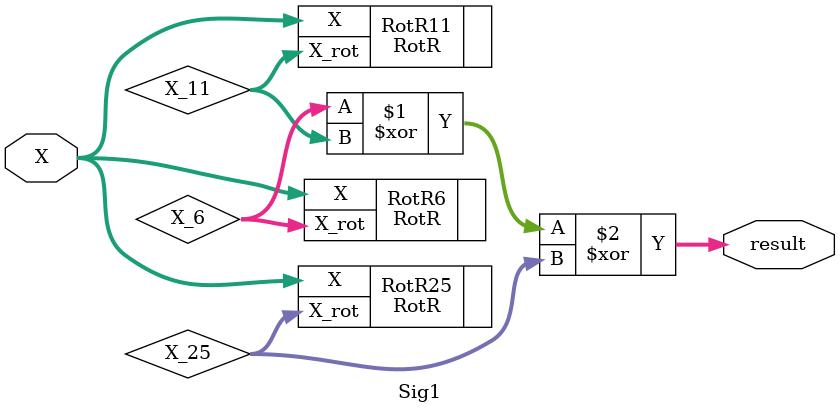
<source format=sv>
`timescale 1ns / 1ps

module Sig1(
    input [31:0] X,
    output [31:0] result 
    );
    
    wire [31:0] X_6,X_11,X_25;
    
    RotR #(.n(6)) RotR6 (
        .X(X),
        .X_rot(X_6)
    );
    
    RotR #(.n(11)) RotR11(
        .X(X),
        .X_rot(X_11)
    );
      
      
    RotR #(.n(25)) RotR25 (
        .X(X),
        .X_rot(X_25)
    );
    
    assign result = X_6 ^ X_11 ^ X_25;    
        
endmodule
</source>
